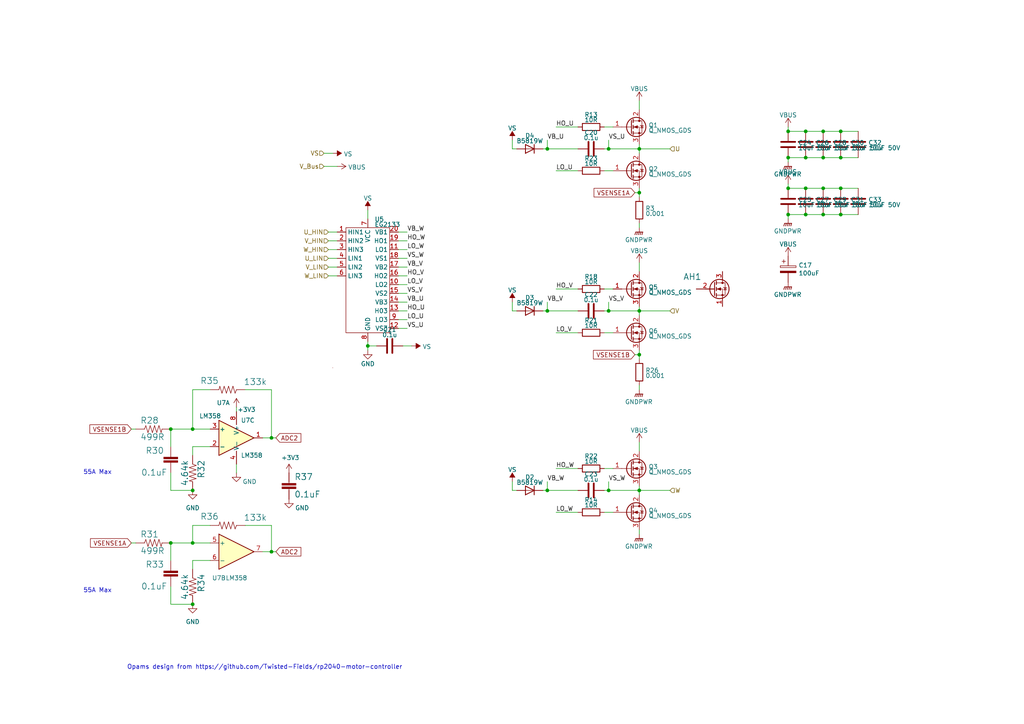
<source format=kicad_sch>
(kicad_sch (version 20220104) (generator eeschema)
  (paper "A4")
  (lib_symbols
    (symbol "Amplifier_Operational:LM358" (pin_names (offset 0.127))
      (property "Reference" "U" (at 0 5.08 0))
      (property "Value" "LM358" (at 0 -5.08 0))
      (symbol "LM358_1_1"
        (polyline (pts (xy -5.08 5.08) (xy 5.08 0) (xy -5.08 -5.08) (xy -5.08 5.08)) (stroke (width 0.254)) (fill (type background)))
        (pin output line (at 7.62 0 180) (length 2.54) (name "~") (number "1"))
        (pin input line (at -7.62 -2.54 0) (length 2.54) (name "-") (number "2"))
        (pin input line (at -7.62 2.54 0) (length 2.54) (name "+") (number "3"))
      )
      (symbol "LM358_2_1"
        (polyline (pts (xy -5.08 5.08) (xy 5.08 0) (xy -5.08 -5.08) (xy -5.08 5.08)) (stroke (width 0.254)) (fill (type background)))
        (pin input line (at -7.62 2.54 0) (length 2.54) (name "+") (number "5"))
        (pin input line (at -7.62 -2.54 0) (length 2.54) (name "-") (number "6"))
        (pin output line (at 7.62 0 180) (length 2.54) (name "~") (number "7"))
      )
      (symbol "LM358_3_1"
        (pin power_in line (at -2.54 -7.62 90) (length 3.81) (name "V-") (number "4"))
        (pin power_in line (at -2.54 7.62 270) (length 3.81) (name "V+") (number "8"))
      )
    )
    (symbol "Device:C" (pin_numbers hide) (pin_names (offset 0.254))
      (property "Reference" "C" (at 0.635 2.54 0))
      (property "Value" "C" (at 0.635 -2.54 0))
      (symbol "C_0_1"
        (polyline (pts (xy -2.032 -0.762) (xy 2.032 -0.762)) (stroke (width 0.508)))
        (polyline (pts (xy -2.032 0.762) (xy 2.032 0.762)) (stroke (width 0.508)))
      )
      (symbol "C_1_1"
        (pin passive line (at 0 3.81 270) (length 2.794) (name "~") (number "1"))
        (pin passive line (at 0 -3.81 90) (length 2.794) (name "~") (number "2"))
      )
    )
    (symbol "Device:CP" (pin_numbers hide) (pin_names (offset 0.254))
      (property "Reference" "C" (at 0.635 2.54 0))
      (property "Value" "Device_CP" (at 0.635 -2.54 0))
      (symbol "CP_0_1"
        (rectangle (start -2.286 0.508) (end 2.286 1.016))
        (polyline (pts (xy -1.778 2.286) (xy -0.762 2.286)))
        (polyline (pts (xy -1.27 2.794) (xy -1.27 1.778)))
        (rectangle (start 2.286 -0.508) (end -2.286 -1.016) (fill (type outline)))
      )
      (symbol "CP_1_1"
        (pin passive line (at 0 3.81 270) (length 2.794) (name "~") (number "1"))
        (pin passive line (at 0 -3.81 90) (length 2.794) (name "~") (number "2"))
      )
    )
    (symbol "Device:D" (pin_numbers hide) (pin_names (offset 1.016) hide)
      (property "Reference" "D" (at 0 2.54 0))
      (property "Value" "D" (at 0 -2.54 0))
      (symbol "D_0_1"
        (polyline (pts (xy -1.27 1.27) (xy -1.27 -1.27)) (stroke (width 0.254)))
        (polyline (pts (xy 1.27 0) (xy -1.27 0)))
        (polyline (pts (xy 1.27 1.27) (xy 1.27 -1.27) (xy -1.27 0) (xy 1.27 1.27)) (stroke (width 0.254)))
      )
      (symbol "D_1_1"
        (pin passive line (at -3.81 0 0) (length 2.54) (name "K") (number "1"))
        (pin passive line (at 3.81 0 180) (length 2.54) (name "A") (number "2"))
      )
    )
    (symbol "Device:Q_NMOS_GDS" (pin_names (offset 0) hide)
      (property "Reference" "Q" (at 5.08 1.27 0))
      (property "Value" "Q_NMOS_GDS" (at 5.08 -1.27 0))
      (symbol "Q_NMOS_GDS_0_1"
        (polyline (pts (xy 0.254 0) (xy -2.54 0)))
        (polyline (pts (xy 0.254 1.905) (xy 0.254 -1.905)) (stroke (width 0.254)))
        (polyline (pts (xy 0.762 -1.27) (xy 0.762 -2.286)) (stroke (width 0.254)))
        (polyline (pts (xy 0.762 0.508) (xy 0.762 -0.508)) (stroke (width 0.254)))
        (polyline (pts (xy 0.762 2.286) (xy 0.762 1.27)) (stroke (width 0.254)))
        (polyline (pts (xy 2.54 2.54) (xy 2.54 1.778)))
        (polyline (pts (xy 2.54 -2.54) (xy 2.54 0) (xy 0.762 0)))
        (polyline (pts (xy 0.762 -1.778) (xy 3.302 -1.778) (xy 3.302 1.778) (xy 0.762 1.778)))
        (polyline (pts (xy 1.016 0) (xy 2.032 0.381) (xy 2.032 -0.381) (xy 1.016 0)) (fill (type outline)))
        (polyline (pts (xy 2.794 0.508) (xy 2.921 0.381) (xy 3.683 0.381) (xy 3.81 0.254)))
        (polyline (pts (xy 3.302 0.381) (xy 2.921 -0.254) (xy 3.683 -0.254) (xy 3.302 0.381)))
        (circle (center 1.651 0) (radius 2.794) (stroke (width 0.254)))
        (circle (center 2.54 -1.778) (radius 0.254) (fill (type outline)))
        (circle (center 2.54 1.778) (radius 0.254) (fill (type outline)))
      )
      (symbol "Q_NMOS_GDS_1_1"
        (pin input line (at -5.08 0 0) (length 2.54) (name "G") (number "1"))
        (pin passive line (at 2.54 5.08 270) (length 2.54) (name "D") (number "2"))
        (pin passive line (at 2.54 -5.08 90) (length 2.54) (name "S") (number "3"))
      )
    )
    (symbol "Device:Q_NMOS_SGD" (pin_names (offset 0) hide)
      (property "Reference" "Q" (at 5.08 1.27 0))
      (property "Value" "Q_NMOS_SGD" (at 5.08 -1.27 0))
      (symbol "Q_NMOS_SGD_0_1"
        (polyline (pts (xy 0.254 0) (xy -2.54 0)))
        (polyline (pts (xy 0.254 1.905) (xy 0.254 -1.905)) (stroke (width 0.254)))
        (polyline (pts (xy 0.762 -1.27) (xy 0.762 -2.286)) (stroke (width 0.254)))
        (polyline (pts (xy 0.762 0.508) (xy 0.762 -0.508)) (stroke (width 0.254)))
        (polyline (pts (xy 0.762 2.286) (xy 0.762 1.27)) (stroke (width 0.254)))
        (polyline (pts (xy 2.54 2.54) (xy 2.54 1.778)))
        (polyline (pts (xy 2.54 -2.54) (xy 2.54 0) (xy 0.762 0)))
        (polyline (pts (xy 0.762 -1.778) (xy 3.302 -1.778) (xy 3.302 1.778) (xy 0.762 1.778)))
        (polyline (pts (xy 1.016 0) (xy 2.032 0.381) (xy 2.032 -0.381) (xy 1.016 0)) (fill (type outline)))
        (polyline (pts (xy 2.794 0.508) (xy 2.921 0.381) (xy 3.683 0.381) (xy 3.81 0.254)))
        (polyline (pts (xy 3.302 0.381) (xy 2.921 -0.254) (xy 3.683 -0.254) (xy 3.302 0.381)))
        (circle (center 1.651 0) (radius 2.794) (stroke (width 0.254)))
        (circle (center 2.54 -1.778) (radius 0.254) (fill (type outline)))
        (circle (center 2.54 1.778) (radius 0.254) (fill (type outline)))
      )
      (symbol "Q_NMOS_SGD_1_1"
        (pin passive line (at 2.54 -5.08 90) (length 2.54) (name "S") (number "1"))
        (pin input line (at -5.08 0 0) (length 5.08) (name "G") (number "2"))
        (pin passive line (at 2.54 5.08 270) (length 2.54) (name "D") (number "3"))
      )
    )
    (symbol "Device:R" (pin_numbers hide) (pin_names (offset 0))
      (property "Reference" "R" (at 2.032 0 90))
      (property "Value" "R" (at 0 0 90))
      (symbol "R_0_1"
        (rectangle (start -1.016 -2.54) (end 1.016 2.54) (stroke (width 0.254)))
      )
      (symbol "R_1_1"
        (pin passive line (at 0 3.81 270) (length 1.27) (name "~") (number "1"))
        (pin passive line (at 0 -3.81 90) (length 1.27) (name "~") (number "2"))
      )
    )
    (symbol "EG2133_1"
      (property "Reference" "U" (at 1.27 -26.67 0))
      (property "Value" "EG2133_1" (at -6.35 7.62 0))
      (symbol "EG2133_1_0_1"
        (rectangle (start -10.16 -35.56) (end -10.16 -35.56))
        (rectangle (start -6.35 5.08) (end 6.35 -25.4))
      )
      (symbol "EG2133_1_1_1"
        (pin input line (at -8.89 3.81 0) (length 2.54) (name "HIN1") (number "1"))
        (pin output line (at 8.89 -11.43 180) (length 2.54) (name "LO2") (number "10"))
        (pin output line (at 8.89 -1.27 180) (length 2.54) (name "LO1") (number "11"))
        (pin input line (at 8.89 -24.13 180) (length 2.54) (name "VS3") (number "12"))
        (pin output line (at 8.89 -19.05 180) (length 2.54) (name "H03") (number "13"))
        (pin output line (at 8.89 -16.51 180) (length 2.54) (name "VB3") (number "14"))
        (pin input line (at 8.89 -13.97 180) (length 2.54) (name "VS2") (number "15"))
        (pin output line (at 8.89 -8.89 180) (length 2.54) (name "HO2") (number "16"))
        (pin input line (at 8.89 -6.35 180) (length 2.54) (name "VB2") (number "17"))
        (pin input line (at 8.89 -3.81 180) (length 2.54) (name "VS1") (number "18"))
        (pin output line (at 8.89 1.27 180) (length 2.54) (name "HO1") (number "19"))
        (pin input line (at -8.89 1.27 0) (length 2.54) (name "HIN2") (number "2"))
        (pin input line (at 8.89 3.81 180) (length 2.54) (name "VB1") (number "20"))
        (pin input line (at -8.89 -1.27 0) (length 2.54) (name "HIN3") (number "3"))
        (pin input line (at -8.89 -3.81 0) (length 2.54) (name "LIN1") (number "4"))
        (pin input line (at -8.89 -6.35 0) (length 2.54) (name "LIN2") (number "5"))
        (pin input line (at -8.89 -8.89 0) (length 2.54) (name "LIN3") (number "6"))
        (pin power_in line (at 0 7.62 270) (length 2.54) (name "VCC") (number "7"))
        (pin power_in line (at 0 -27.94 90) (length 2.54) (name "GND") (number "8"))
        (pin output line (at 8.89 -21.59 180) (length 2.54) (name "LO3") (number "9"))
      )
    )
    (symbol "MotorController:SPARKFUN-CAPACITORS_CAP" (pin_numbers hide) (pin_names (offset 1.016) hide)
      (property "Reference" "C" (at 1.524 2.921 0))
      (property "Value" "SPARKFUN-CAPACITORS_CAP" (at 1.524 -2.159 0))
      (symbol "SPARKFUN-CAPACITORS_CAP_1_0"
        (polyline (pts (xy 0 0) (xy 0 0.508)))
        (polyline (pts (xy 0 2.54) (xy 0 2.032)))
      )
      (symbol "SPARKFUN-CAPACITORS_CAP_1_1"
        (rectangle (start -2.032 0.508) (end 2.032 1.016) (fill (type outline)))
        (rectangle (start -2.032 1.524) (end 2.032 2.032) (fill (type outline)))
        (pin passive line (at 0 5.08 270) (length 2.54) (name "1") (number "1"))
        (pin passive line (at 0 -2.54 90) (length 2.54) (name "2") (number "2"))
      )
    )
    (symbol "MotorController:TAYLOR_RESISTOR" (pin_numbers hide) (pin_names (offset 1.016) hide)
      (property "Reference" "R" (at -3.81 1.4986 0))
      (property "Value" "TAYLOR_RESISTOR" (at -3.81 -3.302 0))
      (symbol "TAYLOR_RESISTOR_1_0"
        (polyline (pts (xy -2.54 0) (xy -2.159 1.016)))
        (polyline (pts (xy -2.159 1.016) (xy -1.524 -1.016)))
        (polyline (pts (xy -1.524 -1.016) (xy -0.889 1.016)))
        (polyline (pts (xy -0.889 1.016) (xy -0.254 -1.016)))
        (polyline (pts (xy -0.254 -1.016) (xy 0.381 1.016)))
        (polyline (pts (xy 0.381 1.016) (xy 1.016 -1.016)))
        (polyline (pts (xy 1.016 -1.016) (xy 1.651 1.016)))
        (polyline (pts (xy 1.651 1.016) (xy 2.286 -1.016)))
        (polyline (pts (xy 2.286 -1.016) (xy 2.54 0)))
      )
      (symbol "TAYLOR_RESISTOR_1_1"
        (pin passive line (at -5.08 0 0) (length 2.54) (name "1") (number "1"))
        (pin passive line (at 5.08 0 180) (length 2.54) (name "2") (number "2"))
      )
    )
    (symbol "power:+3V3" (power) (pin_names (offset 0))
      (property "Value" "+3V3" (at 0 3.556 0))
      (symbol "+3V3_0_1"
        (polyline (pts (xy -0.762 1.27) (xy 0 2.54)))
        (polyline (pts (xy 0 0) (xy 0 2.54)))
        (polyline (pts (xy 0 2.54) (xy 0.762 1.27)))
      )
      (symbol "+3V3_1_1"
        (pin power_in line (at 0 0 90) (length 0) hide (name "+3V3") (number "1"))
      )
    )
    (symbol "power:GND" (power) (pin_names (offset 0))
      (property "Value" "GND" (at 0 -3.81 0))
      (symbol "GND_0_1"
        (polyline (pts (xy 0 0) (xy 0 -1.27) (xy 1.27 -1.27) (xy 0 -2.54) (xy -1.27 -1.27) (xy 0 -1.27)))
      )
      (symbol "GND_1_1"
        (pin power_in line (at 0 0 270) (length 0) hide (name "GND") (number "1"))
      )
    )
    (symbol "power:GNDPWR" (power) (pin_names (offset 0))
      (property "Value" "GNDPWR" (at 0 -3.302 0))
      (symbol "GNDPWR_0_1"
        (polyline (pts (xy 0 -1.27) (xy 0 0)))
        (polyline (pts (xy -1.016 -1.27) (xy -1.27 -2.032) (xy -1.27 -2.032)) (stroke (width 0.2032)))
        (polyline (pts (xy -0.508 -1.27) (xy -0.762 -2.032) (xy -0.762 -2.032)) (stroke (width 0.2032)))
        (polyline (pts (xy 0 -1.27) (xy -0.254 -2.032) (xy -0.254 -2.032)) (stroke (width 0.2032)))
        (polyline (pts (xy 0.508 -1.27) (xy 0.254 -2.032) (xy 0.254 -2.032)) (stroke (width 0.2032)))
        (polyline (pts (xy 1.016 -1.27) (xy -1.016 -1.27) (xy -1.016 -1.27)) (stroke (width 0.2032)))
        (polyline (pts (xy 1.016 -1.27) (xy 0.762 -2.032) (xy 0.762 -2.032) (xy 0.762 -2.032)) (stroke (width 0.2032)))
      )
      (symbol "GNDPWR_1_1"
        (pin power_in line (at 0 0 270) (length 0) hide (name "GNDPWR") (number "1"))
      )
    )
    (symbol "power:VBUS" (power) (pin_names (offset 0))
      (property "Value" "VBUS" (at 0 3.81 0))
      (symbol "VBUS_0_1"
        (polyline (pts (xy -0.762 1.27) (xy 0 2.54)))
        (polyline (pts (xy 0 0) (xy 0 2.54)))
        (polyline (pts (xy 0 2.54) (xy 0.762 1.27)))
      )
      (symbol "VBUS_1_1"
        (pin power_in line (at 0 0 90) (length 0) hide (name "VBUS") (number "1"))
      )
    )
    (symbol "power:VS" (power) (pin_names (offset 0))
      (property "Value" "VS" (at 0 3.81 0))
      (symbol "VS_0_1"
        (polyline (pts (xy 0 0) (xy 0 2.54)))
        (polyline (pts (xy 0.762 1.27) (xy -0.762 1.27) (xy 0 2.54) (xy 0.762 1.27)) (fill (type outline)))
      )
      (symbol "VS_1_1"
        (pin power_in line (at 0 0 90) (length 0) hide (name "VS") (number "1"))
      )
    )
  )
  (junction (at 243.84 38.1))
  (junction (at 185.42 142.24))
  (junction (at 49.53 157.48))
  (junction (at 233.68 62.23))
  (junction (at 158.75 43.18))
  (junction (at 185.42 90.17))
  (junction (at 55.88 157.48))
  (junction (at 243.84 54.61))
  (junction (at 228.6 54.61))
  (junction (at 233.68 45.72))
  (junction (at 158.75 90.17))
  (junction (at 55.88 124.46))
  (junction (at 233.68 54.61))
  (junction (at 243.84 62.23))
  (junction (at 49.53 124.46))
  (junction (at 176.53 90.17))
  (junction (at 228.6 62.23))
  (junction (at 243.84 45.72))
  (junction (at 238.76 38.1))
  (junction (at 233.68 38.1))
  (junction (at 158.75 142.24))
  (junction (at 228.6 45.72))
  (junction (at 55.88 175.26))
  (junction (at 185.42 55.88))
  (junction (at 238.76 45.72))
  (junction (at 55.88 142.24))
  (junction (at 228.6 38.1))
  (junction (at 106.68 100.33))
  (junction (at 78.74 127))
  (junction (at 185.42 102.87))
  (junction (at 185.42 43.18))
  (junction (at 238.76 54.61))
  (junction (at 78.74 160.02))
  (junction (at 238.76 62.23))
  (junction (at 176.53 142.24))
  (junction (at 176.53 43.18))
  (wire (pts (xy 238.76 62.23) (xy 243.84 62.23)))
  (wire (pts (xy 161.29 96.52) (xy 167.64 96.52)))
  (wire (pts (xy 228.6 53.34) (xy 228.6 54.61)))
  (wire (pts (xy 185.42 43.18) (xy 185.42 44.45)))
  (wire (pts (xy 55.88 157.48) (xy 60.96 157.48)))
  (wire (pts (xy 228.6 36.83) (xy 228.6 38.1)))
  (wire (pts (xy 116.84 100.33) (xy 119.38 100.33)))
  (wire (pts (xy 233.68 45.72) (xy 238.76 45.72)))
  (wire (pts (xy 158.75 90.17) (xy 167.64 90.17)))
  (wire (pts (xy 115.57 67.31) (xy 118.11 67.31)))
  (wire (pts (xy 185.42 88.9) (xy 185.42 90.17)))
  (wire (pts (xy 185.42 101.6) (xy 185.42 102.87)))
  (wire (pts (xy 158.75 87.63) (xy 158.75 90.17)))
  (wire (pts (xy 185.42 128.27) (xy 185.42 130.81)))
  (wire (pts (xy 95.25 72.39) (xy 97.79 72.39)))
  (wire (pts (xy 157.48 90.17) (xy 158.75 90.17)))
  (wire (pts (xy 115.57 87.63) (xy 118.11 87.63)))
  (wire (pts (xy 161.29 36.83) (xy 167.64 36.83)))
  (wire (pts (xy 185.42 54.61) (xy 185.42 55.88)))
  (wire (pts (xy 93.98 48.26) (xy 97.79 48.26)))
  (wire (pts (xy 228.6 38.1) (xy 233.68 38.1)))
  (wire (pts (xy 115.57 74.93) (xy 118.11 74.93)))
  (wire (pts (xy 185.42 90.17) (xy 185.42 91.44)))
  (wire (pts (xy 185.42 55.88) (xy 185.42 57.15)))
  (wire (pts (xy 68.58 134.62) (xy 68.58 137.16)))
  (wire (pts (xy 148.59 40.64) (xy 148.59 43.18)))
  (wire (pts (xy 175.26 142.24) (xy 176.53 142.24)))
  (wire (pts (xy 49.53 129.54) (xy 49.53 124.46)))
  (wire (pts (xy 161.29 148.59) (xy 167.64 148.59)))
  (wire (pts (xy 233.68 54.61) (xy 238.76 54.61)))
  (wire (pts (xy 175.26 96.52) (xy 177.8 96.52)))
  (wire (pts (xy 184.15 55.88) (xy 185.42 55.88)))
  (wire (pts (xy 228.6 62.23) (xy 228.6 63.5)))
  (wire (pts (xy 49.53 124.46) (xy 55.88 124.46)))
  (wire (pts (xy 157.48 142.24) (xy 158.75 142.24)))
  (wire (pts (xy 175.26 49.53) (xy 177.8 49.53)))
  (wire (pts (xy 78.74 127) (xy 80.01 127)))
  (wire (pts (xy 55.88 152.4) (xy 55.88 157.48)))
  (wire (pts (xy 115.57 95.25) (xy 118.11 95.25)))
  (wire (pts (xy 175.26 43.18) (xy 176.53 43.18)))
  (wire (pts (xy 55.88 113.03) (xy 60.96 113.03)))
  (wire (pts (xy 158.75 40.64) (xy 158.75 43.18)))
  (wire (pts (xy 185.42 90.17) (xy 194.31 90.17)))
  (wire (pts (xy 68.58 118.11) (xy 68.58 119.38)))
  (wire (pts (xy 238.76 45.72) (xy 243.84 45.72)))
  (wire (pts (xy 60.96 129.54) (xy 55.88 129.54)))
  (wire (pts (xy 161.29 83.82) (xy 167.64 83.82)))
  (wire (pts (xy 158.75 142.24) (xy 167.64 142.24)))
  (wire (pts (xy 185.42 43.18) (xy 194.31 43.18)))
  (wire (pts (xy 71.12 152.4) (xy 78.74 152.4)))
  (wire (pts (xy 115.57 82.55) (xy 118.11 82.55)))
  (wire (pts (xy 106.68 60.96) (xy 106.68 63.5)))
  (wire (pts (xy 175.26 90.17) (xy 176.53 90.17)))
  (wire (pts (xy 106.68 99.06) (xy 106.68 100.33)))
  (wire (pts (xy 115.57 69.85) (xy 118.11 69.85)))
  (wire (pts (xy 233.68 38.1) (xy 238.76 38.1)))
  (wire (pts (xy 175.26 148.59) (xy 177.8 148.59)))
  (wire (pts (xy 243.84 45.72) (xy 248.92 45.72)))
  (wire (pts (xy 49.53 137.16) (xy 49.53 142.24)))
  (wire (pts (xy 157.48 43.18) (xy 158.75 43.18)))
  (wire (pts (xy 194.31 142.24) (xy 185.42 142.24)))
  (wire (pts (xy 55.88 113.03) (xy 55.88 124.46)))
  (wire (pts (xy 228.6 62.23) (xy 233.68 62.23)))
  (wire (pts (xy 60.96 162.56) (xy 55.88 162.56)))
  (wire (pts (xy 243.84 54.61) (xy 248.92 54.61)))
  (wire (pts (xy 38.1 157.48) (xy 39.37 157.48)))
  (wire (pts (xy 176.53 139.7) (xy 176.53 142.24)))
  (wire (pts (xy 185.42 76.2) (xy 185.42 78.74)))
  (wire (pts (xy 238.76 38.1) (xy 243.84 38.1)))
  (wire (pts (xy 243.84 38.1) (xy 248.92 38.1)))
  (wire (pts (xy 185.42 142.24) (xy 185.42 143.51)))
  (wire (pts (xy 106.68 100.33) (xy 106.68 101.6)))
  (wire (pts (xy 95.25 69.85) (xy 97.79 69.85)))
  (wire (pts (xy 228.6 45.72) (xy 233.68 45.72)))
  (wire (pts (xy 185.42 41.91) (xy 185.42 43.18)))
  (wire (pts (xy 115.57 90.17) (xy 118.11 90.17)))
  (wire (pts (xy 115.57 80.01) (xy 118.11 80.01)))
  (wire (pts (xy 148.59 90.17) (xy 149.86 90.17)))
  (wire (pts (xy 55.88 162.56) (xy 55.88 165.1)))
  (wire (pts (xy 228.6 54.61) (xy 233.68 54.61)))
  (wire (pts (xy 49.53 142.24) (xy 55.88 142.24)))
  (wire (pts (xy 175.26 83.82) (xy 177.8 83.82)))
  (wire (pts (xy 49.53 162.56) (xy 49.53 157.48)))
  (wire (pts (xy 185.42 29.21) (xy 185.42 31.75)))
  (wire (pts (xy 158.75 43.18) (xy 167.64 43.18)))
  (wire (pts (xy 115.57 85.09) (xy 118.11 85.09)))
  (wire (pts (xy 76.2 127) (xy 78.74 127)))
  (wire (pts (xy 95.25 67.31) (xy 97.79 67.31)))
  (wire (pts (xy 93.98 44.45) (xy 96.52 44.45)))
  (wire (pts (xy 176.53 90.17) (xy 185.42 90.17)))
  (wire (pts (xy 78.74 152.4) (xy 78.74 160.02)))
  (wire (pts (xy 185.42 111.76) (xy 185.42 113.03)))
  (wire (pts (xy 175.26 36.83) (xy 177.8 36.83)))
  (wire (pts (xy 95.25 77.47) (xy 97.79 77.47)))
  (wire (pts (xy 55.88 129.54) (xy 55.88 132.08)))
  (wire (pts (xy 185.42 153.67) (xy 185.42 154.94)))
  (wire (pts (xy 76.2 160.02) (xy 78.74 160.02)))
  (wire (pts (xy 55.88 152.4) (xy 60.96 152.4)))
  (wire (pts (xy 161.29 135.89) (xy 167.64 135.89)))
  (wire (pts (xy 148.59 142.24) (xy 149.86 142.24)))
  (wire (pts (xy 148.59 43.18) (xy 149.86 43.18)))
  (wire (pts (xy 185.42 64.77) (xy 185.42 66.04)))
  (wire (pts (xy 161.29 49.53) (xy 167.64 49.53)))
  (wire (pts (xy 78.74 113.03) (xy 78.74 127)))
  (wire (pts (xy 233.68 62.23) (xy 238.76 62.23)))
  (wire (pts (xy 176.53 142.24) (xy 185.42 142.24)))
  (wire (pts (xy 176.53 40.64) (xy 176.53 43.18)))
  (wire (pts (xy 243.84 62.23) (xy 248.92 62.23)))
  (wire (pts (xy 78.74 160.02) (xy 80.01 160.02)))
  (wire (pts (xy 71.12 113.03) (xy 78.74 113.03)))
  (wire (pts (xy 238.76 54.61) (xy 243.84 54.61)))
  (wire (pts (xy 228.6 45.72) (xy 228.6 46.99)))
  (wire (pts (xy 158.75 139.7) (xy 158.75 142.24)))
  (wire (pts (xy 106.68 100.33) (xy 109.22 100.33)))
  (wire (pts (xy 185.42 102.87) (xy 185.42 104.14)))
  (wire (pts (xy 176.53 43.18) (xy 185.42 43.18)))
  (wire (pts (xy 49.53 170.18) (xy 49.53 175.26)))
  (wire (pts (xy 95.25 80.01) (xy 97.79 80.01)))
  (wire (pts (xy 148.59 139.7) (xy 148.59 142.24)))
  (wire (pts (xy 95.25 74.93) (xy 97.79 74.93)))
  (wire (pts (xy 55.88 124.46) (xy 60.96 124.46)))
  (wire (pts (xy 49.53 157.48) (xy 55.88 157.48)))
  (wire (pts (xy 115.57 92.71) (xy 118.11 92.71)))
  (wire (pts (xy 175.26 135.89) (xy 177.8 135.89)))
  (wire (pts (xy 185.42 140.97) (xy 185.42 142.24)))
  (wire (pts (xy 115.57 77.47) (xy 118.11 77.47)))
  (wire (pts (xy 148.59 87.63) (xy 148.59 90.17)))
  (wire (pts (xy 49.53 175.26) (xy 55.88 175.26)))
  (wire (pts (xy 176.53 87.63) (xy 176.53 90.17)))
  (wire (pts (xy 38.1 124.46) (xy 39.37 124.46)))
  (wire (pts (xy 184.15 102.87) (xy 185.42 102.87)))
  (wire (pts (xy 115.57 72.39) (xy 118.11 72.39)))
  (text "Opams design from https://github.com/Twisted-Fields/rp2040-motor-controller" (at 36.83 194.31 0) (effects (font (size 1.27 1.27)) (justify left bottom)))
  (text "55A Max" (at 24.13 172.085 0) (effects (font (size 1.27 1.27)) (justify left bottom)))
  (text "55A Max" (at 24.13 137.795 0) (effects (font (size 1.27 1.27)) (justify left bottom)))
  (label "VB_U" (at 158.75 40.64 0))
  (label "VS_U" (at 118.11 95.25 0))
  (label "LO_U" (at 161.29 49.53 0))
  (label "LO_W" (at 161.29 148.59 0))
  (label "VB_W" (at 158.75 139.7 0))
  (label "HO_V" (at 161.29 83.82 0))
  (label "HO_U" (at 118.11 90.17 0))
  (label "VS_V" (at 176.53 87.63 0))
  (label "VB_V" (at 158.75 87.63 0))
  (label "VB_U" (at 118.11 87.63 0))
  (label "VS_V" (at 118.11 85.09 0))
  (label "VS_W" (at 176.53 139.7 0))
  (label "LO_U" (at 118.11 92.71 0))
  (label "LO_V" (at 161.29 96.52 0))
  (label "LO_W" (at 118.11 72.39 0))
  (label "LO_V" (at 118.11 82.55 0))
  (label "VB_V" (at 118.11 77.47 0))
  (label "VS_U" (at 176.53 40.64 0))
  (label "HO_V" (at 118.11 80.01 0))
  (label "HO_W" (at 161.29 135.89 0))
  (label "HO_U" (at 161.29 36.83 0))
  (label "HO_W" (at 118.11 69.85 0))
  (label "VS_W" (at 118.11 74.93 0))
  (label "VB_W" (at 118.11 67.31 0))
  (global_label "ADC2" (shape input) (at 80.01 127 0) (property "Intersheet References" "${INTERSHEET_REFS}" (effects hide)))
  (global_label "VSENSE1B" (shape input) (at 38.1 124.46 180) (property "Intersheet References" "${INTERSHEET_REFS}" (effects hide)))
  (global_label "VSENSE1A" (shape input) (at 38.1 157.48 180) (property "Intersheet References" "${INTERSHEET_REFS}" (effects hide)))
  (global_label "ADC2" (shape input) (at 80.01 160.02 0) (property "Intersheet References" "${INTERSHEET_REFS}" (effects hide)))
  (global_label "VSENSE1A" (shape input) (at 184.15 55.88 180) (property "Intersheet References" "${INTERSHEET_REFS}" (effects hide)))
  (global_label "VSENSE1B" (shape input) (at 184.15 102.87 180) (property "Intersheet References" "${INTERSHEET_REFS}" (effects hide)))
  (hierarchical_label "V_HIN" (shape input) (at 95.25 69.85 180))
  (hierarchical_label "V_Bus" (shape input) (at 93.98 48.26 180))
  (hierarchical_label "W_HIN" (shape input) (at 95.25 72.39 180))
  (hierarchical_label "W" (shape input) (at 194.31 142.24 0))
  (hierarchical_label "V" (shape input) (at 194.31 90.17 0))
  (hierarchical_label "V_LIN" (shape input) (at 95.25 77.47 180))
  (hierarchical_label "W_LIN" (shape input) (at 95.25 80.01 180))
  (hierarchical_label "VS" (shape input) (at 93.98 44.45 180))
  (hierarchical_label "U" (shape input) (at 194.31 43.18 0))
  (hierarchical_label "U_HIN" (shape input) (at 95.25 67.31 180))
  (hierarchical_label "U_LIN" (shape input) (at 95.25 74.93 180))
  (symbol (lib_id "power:GND") (at 55.88 175.26 0) (unit 1)
    (property "Reference" "#PWR0180" (effects hide))
    (property "Value" "GND" (at 55.88 180.34 0))
  )
  (symbol (lib_id "Device:C") (at 248.92 58.42 0) (unit 1)
    (property "Reference" "C33" (at 251.841 57.8993 0) (effects (justify left)))
    (property "Value" "10uF 50V" (at 251.841 59.4233 0) (effects (justify left)))
    (property "Footprint" "Capacitor_SMD:C_1206_3216Metric" (effects hide))
    (property "LCSC Part" "C13585" (effects hide))
  )
  (symbol (lib_id "power:VS") (at 148.59 40.64 0) (unit 1)
    (property "Reference" "#PWR0139" (effects hide))
    (property "Value" "VS" (at 148.59 37.1856 0))
  )
  (symbol (lib_id "MotorController:TAYLOR_RESISTOR") (at 55.88 137.16 270) (unit 1)
    (property "Reference" "R32" (at 57.3532 133.35 0) (effects (font (size 1.778 1.778)) (justify left bottom)))
    (property "Value" "4.64k" (at 52.578 133.3754 0) (effects (font (size 1.778 1.778)) (justify left bottom)))
    (property "Footprint" "Resistor_SMD:R_0603_1608Metric" (effects hide))
    (property "LCSC" "C144652" (effects hide))
  )
  (symbol (lib_id "power:GNDPWR") (at 228.6 81.915 0) (unit 1)
    (property "Reference" "#PWR0172" (effects hide))
    (property "Value" "GNDPWR" (at 228.473 85.4456 0))
  )
  (symbol (lib_id "power:VS") (at 148.59 87.63 0) (unit 1)
    (property "Reference" "#PWR0161" (effects hide))
    (property "Value" "VS" (at 148.59 84.1756 0))
  )
  (symbol (lib_id "Device:C") (at 243.84 41.91 0) (unit 1)
    (property "Reference" "C30" (at 246.761 41.3893 0) (effects (justify left)))
    (property "Value" "10uF 50V" (at 246.761 42.9133 0) (effects (justify left)))
    (property "Footprint" "Capacitor_SMD:C_1206_3216Metric" (effects hide))
    (property "LCSC Part" "C13585" (effects hide))
  )
  (symbol (lib_id "Device:R") (at 171.45 96.52 90) (unit 1)
    (property "Reference" "R21" (at 171.45 92.9386 90))
    (property "Value" "10R" (at 171.45 94.4626 90))
    (property "Footprint" "Resistor_SMD:R_0603_1608Metric" (effects hide))
    (property "LCSC Part" "C22859" (effects hide))
  )
  (symbol (lib_id "power:VS") (at 96.52 44.45 270) (unit 1)
    (property "Reference" "#PWR0164" (effects hide))
    (property "Value" "VS" (at 99.695 44.6913 90) (effects (justify left)))
  )
  (symbol (lib_id "power:VBUS") (at 228.6 36.83 0) (unit 1)
    (property "Reference" "#PWR0150" (effects hide))
    (property "Value" "VBUS" (at 228.6 33.3756 0))
  )
  (symbol (lib_id "Device:R") (at 185.42 107.95 0) (unit 1)
    (property "Reference" "R26" (at 187.198 107.4293 0) (effects (justify left)))
    (property "Value" "0.001" (at 187.198 108.9533 0) (effects (justify left)))
    (property "Footprint" "Resistor_SMD:R_1210_3225Metric" (effects hide))
    (property "LCSC Part" "C127695" (effects hide))
  )
  (symbol (lib_id "MotorController:TAYLOR_RESISTOR") (at 66.04 113.03 180) (unit 1)
    (property "Reference" "R35" (at 63.5 109.4232 0) (effects (font (size 1.778 1.778)) (justify left bottom)))
    (property "Value" "133k" (at 77.47 109.728 0) (effects (font (size 1.778 1.778)) (justify left bottom)))
    (property "Footprint" "Resistor_SMD:R_0603_1608Metric" (effects hide))
    (property "LCSC" "C423080" (effects hide))
  )
  (symbol (lib_id "MotorController:TAYLOR_RESISTOR") (at 55.88 170.18 270) (unit 1)
    (property "Reference" "R34" (at 57.3532 166.37 0) (effects (font (size 1.778 1.778)) (justify left bottom)))
    (property "Value" "4.64k" (at 52.578 166.3954 0) (effects (font (size 1.778 1.778)) (justify left bottom)))
    (property "Footprint" "Resistor_SMD:R_0603_1608Metric" (effects hide))
    (property "LCSC" "C144652" (effects hide))
  )
  (symbol (lib_name "EG2133_1") (lib_id "my_parts:EG2133") (at 106.68 71.12 0) (unit 1)
    (property "Reference" "U5" (at 108.6359 63.6016 0) (effects (justify left)))
    (property "Value" "EG2133" (at 108.6359 65.1256 0) (effects (justify left)))
    (property "Footprint" "Package_SO:TSSOP-20_4.4x6.5mm_P0.65mm" (effects hide))
    (property "LCSC Part" "C190343" (effects hide))
  )
  (symbol (lib_id "Device:R") (at 171.45 36.83 90) (unit 1)
    (property "Reference" "R13" (at 171.45 33.2486 90))
    (property "Value" "10R" (at 171.45 34.7726 90))
    (property "Footprint" "Resistor_SMD:R_0603_1608Metric" (effects hide))
    (property "LCSC Part" "C22859" (effects hide))
  )
  (symbol (lib_id "Device:C") (at 238.76 58.42 0) (unit 1)
    (property "Reference" "C29" (at 241.681 57.8993 0) (effects (justify left)))
    (property "Value" "10uF 50V" (at 241.681 59.4233 0) (effects (justify left)))
    (property "Footprint" "Capacitor_SMD:C_1206_3216Metric" (effects hide))
    (property "LCSC Part" "C13585" (effects hide))
  )
  (symbol (lib_id "Device:C") (at 248.92 41.91 0) (unit 1)
    (property "Reference" "C32" (at 251.841 41.3893 0) (effects (justify left)))
    (property "Value" "10uF 50V" (at 251.841 42.9133 0) (effects (justify left)))
    (property "Footprint" "Capacitor_SMD:C_1206_3216Metric" (effects hide))
    (property "LCSC Part" "C13585" (effects hide))
  )
  (symbol (lib_id "power:VBUS") (at 185.42 76.2 0) (unit 1)
    (property "Reference" "#PWR0140" (effects hide))
    (property "Value" "VBUS" (at 185.42 72.7456 0))
  )
  (symbol (lib_id "Device:C") (at 233.68 41.91 0) (unit 1)
    (property "Reference" "C26" (at 236.601 41.3893 0) (effects (justify left)))
    (property "Value" "10uF 50V" (at 236.601 42.9133 0) (effects (justify left)))
    (property "Footprint" "Capacitor_SMD:C_1206_3216Metric" (effects hide))
    (property "LCSC Part" "C13585" (effects hide))
  )
  (symbol (lib_id "power:VBUS") (at 228.6 53.34 0) (unit 1)
    (property "Reference" "#PWR0148" (effects hide))
    (property "Value" "VBUS" (at 228.6 49.8856 0))
  )
  (symbol (lib_id "Device:Q_NMOS_SGD") (at 207.01 83.82 0) (unit 1)
    (property "Reference" "AH1" (at 198.12 81.28 0) (effects (font (size 1.778 1.778)) (justify left bottom)))
    (property "Value" "MOSFETSO-8" (effects hide))
    (property "Footprint" "motor:PowerPAK_SO-8_123" (effects hide))
    (property "LCSC" "C180959" (effects hide))
  )
  (symbol (lib_id "power:GNDPWR") (at 185.42 113.03 0) (unit 1)
    (property "Reference" "#PWR0152" (effects hide))
    (property "Value" "GNDPWR" (at 185.293 116.5606 0))
  )
  (symbol (lib_id "Device:C") (at 243.84 58.42 0) (unit 1)
    (property "Reference" "C31" (at 246.761 57.8993 0) (effects (justify left)))
    (property "Value" "10uF 50V" (at 246.761 59.4233 0) (effects (justify left)))
    (property "Footprint" "Capacitor_SMD:C_1206_3216Metric" (effects hide))
    (property "LCSC Part" "C13585" (effects hide))
  )
  (symbol (lib_id "Device:R") (at 171.45 148.59 90) (unit 1)
    (property "Reference" "R14" (at 171.45 145.0086 90))
    (property "Value" "10R" (at 171.45 146.5326 90))
    (property "Footprint" "Resistor_SMD:R_0603_1608Metric" (effects hide))
    (property "LCSC Part" "C22859" (effects hide))
  )
  (symbol (lib_id "Device:C") (at 228.6 58.42 0) (unit 1)
    (property "Reference" "C25" (at 231.521 57.8993 0) (effects (justify left)))
    (property "Value" "10uF 50V" (at 231.521 59.4233 0) (effects (justify left)))
    (property "Footprint" "Capacitor_SMD:C_1206_3216Metric" (effects hide))
    (property "LCSC Part" "C13585" (effects hide))
  )
  (symbol (lib_id "Device:C") (at 238.76 41.91 0) (unit 1)
    (property "Reference" "C28" (at 241.681 41.3893 0) (effects (justify left)))
    (property "Value" "10uF 50V" (at 241.681 42.9133 0) (effects (justify left)))
    (property "Footprint" "Capacitor_SMD:C_1206_3216Metric" (effects hide))
    (property "LCSC Part" "C13585" (effects hide))
  )
  (symbol (lib_id "power:+3V3") (at 68.58 118.11 0) (unit 1)
    (property "Reference" "#PWR0181" (effects hide))
    (property "Value" "+3V3" (at 71.501 118.7958 0))
  )
  (symbol (lib_id "Amplifier_Operational:LM358") (at 68.58 160.02 0) (unit 2)
    (property "Reference" "U7" (at 63.5 167.64 0))
    (property "Value" "LM358" (at 68.58 167.64 0))
    (property "Footprint" "Package_SO:MSOP-8_3x3mm_P0.65mm" (effects hide))
    (property "Datasheet" "http://www.ti.com/lit/ds/symlink/lm2904-n.pdf" (effects hide))
    (property "LCSC" "C54867" (effects hide))
  )
  (symbol (lib_id "Device:Q_NMOS_GDS") (at 182.88 96.52 0) (unit 1)
    (property "Reference" "Q6" (at 188.087 95.9993 0) (effects (justify left)))
    (property "Value" "Q_NMOS_GDS" (at 188.087 97.5233 0) (effects (justify left)))
    (property "Footprint" "my_stuff:DFN-8-1EP_6x5mm_P1.27mm_EP4x4mm" (effects hide))
    (property "LCSC Part" "C2758411" (effects hide))
  )
  (symbol (lib_id "Device:C") (at 171.45 90.17 90) (unit 1)
    (property "Reference" "C22" (at 171.45 85.4456 90))
    (property "Value" "0.1u" (at 171.45 86.9696 90))
    (property "Footprint" "Capacitor_SMD:C_0603_1608Metric" (effects hide))
    (property "LCSC Part" "C14858" (effects hide))
  )
  (symbol (lib_id "Device:Q_NMOS_GDS") (at 182.88 36.83 0) (unit 1)
    (property "Reference" "Q1" (at 188.087 36.3093 0) (effects (justify left)))
    (property "Value" "Q_NMOS_GDS" (at 188.087 37.8333 0) (effects (justify left)))
    (property "Footprint" "my_stuff:DFN-8-1EP_6x5mm_P1.27mm_EP4x4mm" (effects hide))
    (property "LCSC Part" "C2758411" (effects hide))
  )
  (symbol (lib_id "power:VBUS") (at 185.42 29.21 0) (unit 1)
    (property "Reference" "#PWR0146" (effects hide))
    (property "Value" "VBUS" (at 185.42 25.7556 0))
  )
  (symbol (lib_id "MotorController:TAYLOR_RESISTOR") (at 66.04 152.4 180) (unit 1)
    (property "Reference" "R36" (at 63.5 148.7932 0) (effects (font (size 1.778 1.778)) (justify left bottom)))
    (property "Value" "133k" (at 77.47 149.098 0) (effects (font (size 1.778 1.778)) (justify left bottom)))
    (property "Footprint" "Resistor_SMD:R_0603_1608Metric" (effects hide))
    (property "LCSC" "C423080" (effects hide))
  )
  (symbol (lib_id "MotorController:SPARKFUN-CAPACITORS_CAP") (at 49.53 167.64 0) (unit 1)
    (property "Reference" "R33" (at 42.164 164.719 0) (effects (font (size 1.778 1.778)) (justify left bottom)))
    (property "Value" "0.1uF" (at 40.8686 171.069 0) (effects (font (size 1.778 1.778)) (justify left bottom)))
    (property "Footprint" "Capacitor_SMD:C_0603_1608Metric" (effects hide))
    (property "LCSC" "C14663" (effects hide))
  )
  (symbol (lib_id "Device:Q_NMOS_GDS") (at 182.88 148.59 0) (unit 1)
    (property "Reference" "Q4" (at 188.087 148.0693 0) (effects (justify left)))
    (property "Value" "Q_NMOS_GDS" (at 188.087 149.5933 0) (effects (justify left)))
    (property "Footprint" "my_stuff:DFN-8-1EP_6x5mm_P1.27mm_EP4x4mm" (effects hide))
    (property "LCSC Part" "C2758411" (effects hide))
  )
  (symbol (lib_id "Amplifier_Operational:LM358") (at 68.58 127 0) (unit 1)
    (property "Reference" "U7" (at 64.77 116.84 0))
    (property "Value" "LM358" (at 60.96 120.65 0))
    (property "Footprint" "Package_SO:MSOP-8_3x3mm_P0.65mm" (effects hide))
    (property "Datasheet" "http://www.ti.com/lit/ds/symlink/lm2904-n.pdf" (effects hide))
    (property "LCSC" "C54867" (effects hide))
  )
  (symbol (lib_id "Device:R") (at 171.45 83.82 90) (unit 1)
    (property "Reference" "R18" (at 171.45 80.2386 90))
    (property "Value" "10R" (at 171.45 81.7626 90))
    (property "Footprint" "Resistor_SMD:R_0603_1608Metric" (effects hide))
    (property "LCSC Part" "C22859" (effects hide))
  )
  (symbol (lib_id "Device:CP") (at 228.6 78.105 0) (unit 1)
    (property "Reference" "C17" (at 231.5972 76.9366 0) (effects (justify left)))
    (property "Value" "100uF" (at 231.5972 79.248 0) (effects (justify left)))
    (property "Footprint" "Capacitor_SMD:CP_Elec_8x10.5" (effects hide))
    (property "LCSC Part" "C3352" (effects hide))
  )
  (symbol (lib_id "Device:C") (at 171.45 142.24 90) (unit 1)
    (property "Reference" "C23" (at 171.45 137.5156 90))
    (property "Value" "0.1u" (at 171.45 139.0396 90))
    (property "Footprint" "Capacitor_SMD:C_0603_1608Metric" (effects hide))
    (property "LCSC Part" "C14858" (effects hide))
  )
  (symbol (lib_id "Amplifier_Operational:LM358") (at 71.12 127 0) (unit 3)
    (property "Reference" "U7" (at 69.85 121.9199 0) (effects (justify left)))
    (property "Value" "LM358" (at 69.85 132.0799 0) (effects (justify left)))
    (property "Footprint" "Package_SO:MSOP-8_3x3mm_P0.65mm" (effects hide))
    (property "Datasheet" "http://www.ti.com/lit/ds/symlink/lm2904-n.pdf" (effects hide))
    (property "LCSC" "C54867" (effects hide))
  )
  (symbol (lib_id "power:GNDPWR") (at 228.6 63.5 0) (unit 1)
    (property "Reference" "#PWR0153" (effects hide))
    (property "Value" "GNDPWR" (at 228.473 67.0306 0))
  )
  (symbol (lib_id "MotorController:TAYLOR_RESISTOR") (at 44.45 157.48 0) (unit 1)
    (property "Reference" "R31" (at 40.64 155.9814 0) (effects (font (size 1.778 1.778)) (justify left bottom)))
    (property "Value" "499R" (at 40.64 160.782 0) (effects (font (size 1.778 1.778)) (justify left bottom)))
    (property "Footprint" "Resistor_SMD:R_0603_1608Metric" (effects hide))
    (property "LCSC" "C101076" (effects hide))
  )
  (symbol (lib_id "Device:D") (at 153.67 142.24 180) (unit 1)
    (property "Reference" "D2" (at 153.67 138.4046 0))
    (property "Value" "B5819W" (at 153.67 139.9286 0))
    (property "Footprint" "Diode_SMD:D_SOD-123" (effects hide))
    (property "LCSC Part" "C8598" (effects hide))
  )
  (symbol (lib_id "Device:D") (at 153.67 43.18 180) (unit 1)
    (property "Reference" "D4" (at 153.67 39.3446 0))
    (property "Value" "B5819W" (at 153.67 40.8686 0))
    (property "Footprint" "Diode_SMD:D_SOD-123" (effects hide))
    (property "LCSC Part" "C8598" (effects hide))
  )
  (symbol (lib_id "power:VBUS") (at 185.42 128.27 0) (unit 1)
    (property "Reference" "#PWR0145" (effects hide))
    (property "Value" "VBUS" (at 185.42 124.8156 0))
  )
  (symbol (lib_id "power:GNDPWR") (at 185.42 66.04 0) (unit 1)
    (property "Reference" "#PWR0151" (effects hide))
    (property "Value" "GNDPWR" (at 185.293 69.5706 0))
  )
  (symbol (lib_id "power:VS") (at 148.59 139.7 0) (unit 1)
    (property "Reference" "#PWR0158" (effects hide))
    (property "Value" "VS" (at 148.59 136.2456 0))
  )
  (symbol (lib_id "power:VS") (at 119.38 100.33 270) (unit 1)
    (property "Reference" "#PWR0162" (effects hide))
    (property "Value" "VS" (at 122.555 100.5713 90) (effects (justify left)))
  )
  (symbol (lib_id "power:GND") (at 83.82 144.78 0) (unit 1)
    (property "Reference" "#PWR0175" (effects hide))
    (property "Value" "GND" (at 87.63 147.32 0))
  )
  (symbol (lib_id "MotorController:SPARKFUN-CAPACITORS_CAP") (at 83.82 142.24 0) (unit 1)
    (property "Reference" "R37" (at 85.344 139.319 0) (effects (font (size 1.778 1.778)) (justify left bottom)))
    (property "Value" "0.1uF" (at 85.3186 144.399 0) (effects (font (size 1.778 1.778)) (justify left bottom)))
    (property "Footprint" "Capacitor_SMD:C_0603_1608Metric" (effects hide))
  )
  (symbol (lib_id "Device:Q_NMOS_GDS") (at 182.88 83.82 0) (unit 1)
    (property "Reference" "Q5" (at 188.087 83.2993 0) (effects (justify left)))
    (property "Value" "Q_NMOS_GDS" (at 188.087 84.8233 0) (effects (justify left)))
    (property "Footprint" "my_stuff:DFN-8-1EP_6x5mm_P1.27mm_EP4x4mm" (effects hide))
    (property "LCSC Part" "C2758411" (effects hide))
  )
  (symbol (lib_id "MotorController:TAYLOR_RESISTOR") (at 44.45 124.46 0) (unit 1)
    (property "Reference" "R28" (at 40.64 122.9614 0) (effects (font (size 1.778 1.778)) (justify left bottom)))
    (property "Value" "499R" (at 40.64 127.762 0) (effects (font (size 1.778 1.778)) (justify left bottom)))
    (property "Footprint" "Resistor_SMD:R_0603_1608Metric" (effects hide))
    (property "LCSC" "C101076" (effects hide))
  )
  (symbol (lib_id "Device:C") (at 228.6 41.91 0) (unit 1)
    (property "Reference" "C24" (at 231.521 41.3893 0) (effects (justify left)))
    (property "Value" "10uF 50V" (at 231.521 42.9133 0) (effects (justify left)))
    (property "Footprint" "Capacitor_SMD:C_1206_3216Metric" (effects hide))
    (property "LCSC Part" "C13585" (effects hide))
  )
  (symbol (lib_id "Device:Q_NMOS_GDS") (at 182.88 135.89 0) (unit 1)
    (property "Reference" "Q3" (at 188.087 135.3693 0) (effects (justify left)))
    (property "Value" "Q_NMOS_GDS" (at 188.087 136.8933 0) (effects (justify left)))
    (property "Footprint" "my_stuff:DFN-8-1EP_6x5mm_P1.27mm_EP4x4mm" (effects hide))
    (property "LCSC Part" "C2758411" (effects hide))
  )
  (symbol (lib_id "power:VS") (at 106.68 60.96 0) (unit 1)
    (property "Reference" "#PWR0163" (effects hide))
    (property "Value" "VS" (at 106.68 57.5056 0))
  )
  (symbol (lib_id "Device:R") (at 171.45 135.89 90) (unit 1)
    (property "Reference" "R22" (at 171.45 132.3086 90))
    (property "Value" "10R" (at 171.45 133.8326 90))
    (property "Footprint" "Resistor_SMD:R_0603_1608Metric" (effects hide))
    (property "LCSC Part" "C22859" (effects hide))
  )
  (symbol (lib_id "Device:R") (at 171.45 49.53 90) (unit 1)
    (property "Reference" "R23" (at 171.45 45.9486 90))
    (property "Value" "10R" (at 171.45 47.4726 90))
    (property "Footprint" "Resistor_SMD:R_0603_1608Metric" (effects hide))
    (property "LCSC Part" "C22859" (effects hide))
  )
  (symbol (lib_id "power:GNDPWR") (at 228.6 46.99 0) (unit 1)
    (property "Reference" "#PWR0157" (effects hide))
    (property "Value" "GNDPWR" (at 228.473 50.5206 0))
  )
  (symbol (lib_id "Device:C") (at 233.68 58.42 0) (unit 1)
    (property "Reference" "C27" (at 236.601 57.8993 0) (effects (justify left)))
    (property "Value" "10uF 50V" (at 236.601 59.4233 0) (effects (justify left)))
    (property "Footprint" "Capacitor_SMD:C_1206_3216Metric" (effects hide))
    (property "LCSC Part" "C13585" (effects hide))
  )
  (symbol (lib_id "power:GND") (at 55.88 142.24 0) (unit 1)
    (property "Reference" "#PWR0176" (effects hide))
    (property "Value" "GND" (at 55.88 147.32 0))
  )
  (symbol (lib_id "Device:Q_NMOS_GDS") (at 182.88 49.53 0) (unit 1)
    (property "Reference" "Q2" (at 188.087 49.0093 0) (effects (justify left)))
    (property "Value" "Q_NMOS_GDS" (at 188.087 50.5333 0) (effects (justify left)))
    (property "Footprint" "my_stuff:DFN-8-1EP_6x5mm_P1.27mm_EP4x4mm" (effects hide))
    (property "LCSC Part" "C2758411" (effects hide))
  )
  (symbol (lib_id "power:+3V3") (at 83.82 137.16 0) (unit 1)
    (property "Reference" "#PWR0174" (effects hide))
    (property "Value" "+3V3" (at 84.201 132.7658 0))
  )
  (symbol (lib_id "Device:R") (at 185.42 60.96 0) (unit 1)
    (property "Reference" "R3" (at 187.198 60.4393 0) (effects (justify left)))
    (property "Value" "0.001" (at 187.198 61.9633 0) (effects (justify left)))
    (property "Footprint" "Resistor_SMD:R_1210_3225Metric" (effects hide))
    (property "LCSC Part" "C127695" (effects hide))
  )
  (symbol (lib_id "power:GND") (at 106.68 101.6 0) (unit 1)
    (property "Reference" "#PWR0138" (effects hide))
    (property "Value" "GND" (at 106.68 105.537 0))
  )
  (symbol (lib_id "power:VBUS") (at 97.79 48.26 270) (unit 1)
    (property "Reference" "#PWR0165" (effects hide))
    (property "Value" "VBUS" (at 100.965 48.5013 90) (effects (justify left)))
  )
  (symbol (lib_id "Device:C") (at 113.03 100.33 270) (unit 1)
    (property "Reference" "C21" (at 113.03 95.6056 90))
    (property "Value" "0.1u" (at 113.03 97.1296 90))
    (property "Footprint" "Capacitor_SMD:C_0603_1608Metric" (effects hide))
    (property "LCSC Part" "C14858" (effects hide))
  )
  (symbol (lib_id "MotorController:SPARKFUN-CAPACITORS_CAP") (at 49.53 134.62 0) (unit 1)
    (property "Reference" "R30" (at 42.164 131.699 0) (effects (font (size 1.778 1.778)) (justify left bottom)))
    (property "Value" "0.1uF" (at 40.8686 138.049 0) (effects (font (size 1.778 1.778)) (justify left bottom)))
    (property "Footprint" "Capacitor_SMD:C_0603_1608Metric" (effects hide))
  )
  (symbol (lib_id "power:GNDPWR") (at 185.42 154.94 0) (unit 1)
    (property "Reference" "#PWR0144" (effects hide))
    (property "Value" "GNDPWR" (at 185.293 158.4706 0))
  )
  (symbol (lib_id "Device:C") (at 171.45 43.18 90) (unit 1)
    (property "Reference" "C20" (at 171.45 38.4556 90))
    (property "Value" "0.1u" (at 171.45 39.9796 90))
    (property "Footprint" "Capacitor_SMD:C_0603_1608Metric" (effects hide))
    (property "LCSC Part" "C14858" (effects hide))
  )
  (symbol (lib_id "power:GND") (at 68.58 137.16 0) (unit 1)
    (property "Reference" "#PWR0178" (effects hide))
    (property "Value" "GND" (at 72.39 139.7 0))
  )
  (symbol (lib_id "Device:D") (at 153.67 90.17 180) (unit 1)
    (property "Reference" "D3" (at 153.67 86.3346 0))
    (property "Value" "B5819W" (at 153.67 87.8586 0))
    (property "Footprint" "Diode_SMD:D_SOD-123" (effects hide))
    (property "LCSC Part" "C8598" (effects hide))
  )
  (symbol (lib_id "power:VBUS") (at 228.6 74.295 0) (unit 1)
    (property "Reference" "#PWR0173" (effects hide))
    (property "Value" "VBUS" (at 228.6 70.8406 0))
  )
)
</source>
